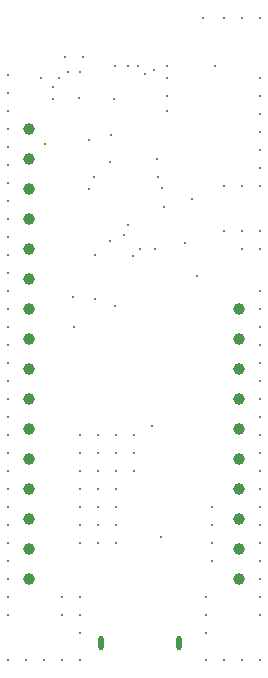
<source format=gbr>
%TF.GenerationSoftware,KiCad,Pcbnew,7.0.2*%
%TF.CreationDate,2024-02-26T12:12:49+02:00*%
%TF.ProjectId,STM32_EVB,53544d33-325f-4455-9642-2e6b69636164,01*%
%TF.SameCoordinates,Original*%
%TF.FileFunction,Plated,1,2,PTH,Mixed*%
%TF.FilePolarity,Positive*%
%FSLAX46Y46*%
G04 Gerber Fmt 4.6, Leading zero omitted, Abs format (unit mm)*
G04 Created by KiCad (PCBNEW 7.0.2) date 2024-02-26 12:12:49*
%MOMM*%
%LPD*%
G01*
G04 APERTURE LIST*
%TA.AperFunction,ViaDrill*%
%ADD10C,0.300000*%
%TD*%
G04 aperture for slot hole*
%TA.AperFunction,ComponentDrill*%
%ADD11O,0.500000X1.200000*%
%TD*%
%TA.AperFunction,ComponentDrill*%
%ADD12C,1.000000*%
%TD*%
G04 APERTURE END LIST*
D10*
X87122000Y-51308000D03*
X87122000Y-52832000D03*
X87122000Y-54356000D03*
X87122000Y-55880000D03*
X87122000Y-57404000D03*
X87122000Y-58928000D03*
X87122000Y-60452000D03*
X87122000Y-61976000D03*
X87122000Y-63500000D03*
X87122000Y-65024000D03*
X87122000Y-66548000D03*
X87122000Y-68072000D03*
X87122000Y-69596000D03*
X87122000Y-71120000D03*
X87122000Y-72644000D03*
X87122000Y-74168000D03*
X87122000Y-75692000D03*
X87122000Y-77216000D03*
X87122000Y-78740000D03*
X87122000Y-80264000D03*
X87122000Y-81788000D03*
X87122000Y-83312000D03*
X87122000Y-84836000D03*
X87122000Y-86360000D03*
X87122000Y-87884000D03*
X87122000Y-89408000D03*
X87122000Y-90932000D03*
X87122000Y-92456000D03*
X87122000Y-93980000D03*
X87122000Y-95504000D03*
X87122000Y-97028000D03*
X87122000Y-100838000D03*
X88646000Y-100838000D03*
X89916000Y-51562000D03*
X90170000Y-100838000D03*
X90243500Y-57150000D03*
X90932000Y-52324000D03*
X90932000Y-53340000D03*
X91440000Y-51541500D03*
X91694000Y-95504000D03*
X91694000Y-97028000D03*
X91694000Y-100838000D03*
X91948000Y-49784000D03*
X92202000Y-51054000D03*
X92593500Y-70104000D03*
X92710000Y-72644000D03*
X93080500Y-53265072D03*
X93218000Y-51071222D03*
X93218000Y-81788000D03*
X93218000Y-83312000D03*
X93218000Y-84836000D03*
X93218000Y-86360000D03*
X93218000Y-87884000D03*
X93218000Y-89408000D03*
X93218000Y-90932000D03*
X93218000Y-95504000D03*
X93218000Y-97028000D03*
X93218000Y-98552000D03*
X93218000Y-100838000D03*
X93472000Y-49784000D03*
X93980000Y-56779500D03*
X93980000Y-60960000D03*
X94371500Y-59944000D03*
X94488000Y-66548000D03*
X94488000Y-70291500D03*
X94742000Y-81788000D03*
X94742000Y-83312000D03*
X94742000Y-84836000D03*
X94742000Y-86360000D03*
X94742000Y-87884000D03*
X94742000Y-89408000D03*
X94742000Y-90932000D03*
X95758000Y-58674000D03*
X95758000Y-65320719D03*
X95839332Y-56359499D03*
X96078500Y-53340000D03*
X96128500Y-70866000D03*
X96176834Y-50496722D03*
X96266000Y-81788000D03*
X96266000Y-83312000D03*
X96266000Y-84836000D03*
X96266000Y-86360000D03*
X96266000Y-87884000D03*
X96266000Y-89408000D03*
X96266000Y-90932000D03*
X96892943Y-64828228D03*
X97282000Y-50546000D03*
X97282000Y-64008000D03*
X97699559Y-66642928D03*
X97790000Y-81788000D03*
X97790000Y-83312000D03*
X97790000Y-84836000D03*
X98131503Y-50546000D03*
X98298000Y-66040000D03*
X98673182Y-51200399D03*
X99314000Y-81026000D03*
X99508515Y-50839982D03*
X99568000Y-66040000D03*
X99764501Y-58420000D03*
X99822000Y-59944000D03*
X100076000Y-90424000D03*
X100122259Y-60844777D03*
X100330000Y-62484000D03*
X100584000Y-50546000D03*
X100584000Y-51562000D03*
X100584000Y-53086000D03*
X100584000Y-54356000D03*
X102104500Y-65532000D03*
X102717767Y-61823767D03*
X103124000Y-68326000D03*
X103632000Y-46482000D03*
X103886000Y-95504000D03*
X103886000Y-97028000D03*
X103886000Y-98552000D03*
X103886000Y-100838000D03*
X104394000Y-87884000D03*
X104394000Y-89408000D03*
X104394000Y-90932000D03*
X104394000Y-92456000D03*
X104648000Y-50546000D03*
X105410000Y-46482000D03*
X105410000Y-60706000D03*
X105410000Y-64516000D03*
X105410000Y-100838000D03*
X106934000Y-46482000D03*
X106934000Y-60706000D03*
X106934000Y-64516000D03*
X106934000Y-66040000D03*
X106934000Y-100838000D03*
X108458000Y-46482000D03*
X108458000Y-51562000D03*
X108458000Y-53086000D03*
X108458000Y-54610000D03*
X108458000Y-56134000D03*
X108458000Y-57658000D03*
X108458000Y-59182000D03*
X108458000Y-60706000D03*
X108458000Y-64516000D03*
X108458000Y-66040000D03*
X108458000Y-69596000D03*
X108458000Y-71120000D03*
X108458000Y-72644000D03*
X108458000Y-74168000D03*
X108458000Y-75692000D03*
X108458000Y-77216000D03*
X108458000Y-78740000D03*
X108458000Y-80264000D03*
X108458000Y-81788000D03*
X108458000Y-83312000D03*
X108458000Y-84836000D03*
X108458000Y-86360000D03*
X108458000Y-87884000D03*
X108458000Y-89408000D03*
X108458000Y-90932000D03*
X108458000Y-92456000D03*
X108458000Y-93980000D03*
X108458000Y-95504000D03*
X108458000Y-97028000D03*
X108458000Y-100838000D03*
D11*
%TO.C,J2*%
X94998000Y-99385500D03*
X101598000Y-99385500D03*
D12*
%TO.C,J5*%
X88900000Y-55880000D03*
X88900000Y-58420000D03*
X88900000Y-60960000D03*
X88900000Y-63500000D03*
X88900000Y-66040000D03*
X88900000Y-68580000D03*
X88900000Y-71120000D03*
X88900000Y-73660000D03*
X88900000Y-76200000D03*
X88900000Y-78740000D03*
X88900000Y-81280000D03*
X88900000Y-83820000D03*
X88900000Y-86360000D03*
X88900000Y-88900000D03*
X88900000Y-91440000D03*
X88900000Y-93980000D03*
%TO.C,J4*%
X106680000Y-71120000D03*
X106680000Y-73660000D03*
X106680000Y-76200000D03*
X106680000Y-78740000D03*
X106680000Y-81280000D03*
X106680000Y-83820000D03*
X106680000Y-86360000D03*
X106680000Y-88900000D03*
X106680000Y-91440000D03*
X106680000Y-93980000D03*
M02*

</source>
